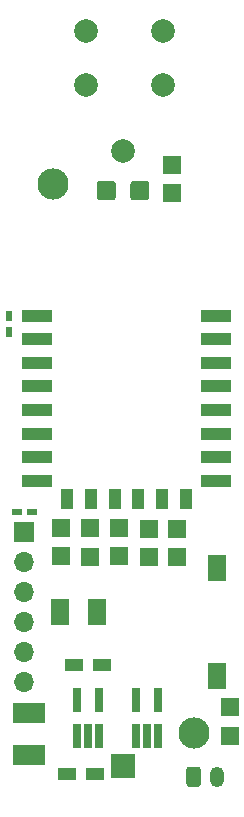
<source format=gbr>
G04 #@! TF.GenerationSoftware,KiCad,Pcbnew,(5.1.9)-1*
G04 #@! TF.CreationDate,2021-03-01T14:09:20+01:00*
G04 #@! TF.ProjectId,button,62757474-6f6e-42e6-9b69-6361645f7063,rev?*
G04 #@! TF.SameCoordinates,Original*
G04 #@! TF.FileFunction,Soldermask,Top*
G04 #@! TF.FilePolarity,Negative*
%FSLAX46Y46*%
G04 Gerber Fmt 4.6, Leading zero omitted, Abs format (unit mm)*
G04 Created by KiCad (PCBNEW (5.1.9)-1) date 2021-03-01 14:09:20*
%MOMM*%
%LPD*%
G01*
G04 APERTURE LIST*
%ADD10R,0.650000X2.000000*%
%ADD11C,0.100000*%
%ADD12R,1.650000X2.250000*%
%ADD13R,2.794000X1.778000*%
%ADD14R,1.500000X1.100000*%
%ADD15R,1.500000X1.500000*%
%ADD16R,0.620000X0.900000*%
%ADD17R,2.500000X1.000000*%
%ADD18R,1.000000X1.800000*%
%ADD19R,0.900000X0.620000*%
%ADD20O,1.200000X1.750000*%
%ADD21O,1.700000X1.700000*%
%ADD22R,1.700000X1.700000*%
%ADD23R,1.600000X2.180000*%
%ADD24C,2.000000*%
%ADD25R,2.000000X2.000000*%
%ADD26C,2.640000*%
G04 APERTURE END LIST*
D10*
G04 #@! TO.C,PS1*
X123050000Y-104000000D03*
X124950000Y-104000000D03*
X124950000Y-107050000D03*
D11*
G36*
X124325000Y-108050000D02*
G01*
X123675000Y-108050000D01*
X123675000Y-106050000D01*
X124325000Y-106050000D01*
X124325000Y-108050000D01*
G37*
D10*
X123050000Y-107050000D03*
G04 #@! TD*
D12*
G04 #@! TO.C,C4*
X121640000Y-96520000D03*
X124740000Y-96520000D03*
G04 #@! TD*
D13*
G04 #@! TO.C,L1*
X118960000Y-108658000D03*
X118960000Y-105102000D03*
G04 #@! TD*
G04 #@! TO.C,D1*
G36*
G01*
X126335000Y-60275000D02*
X126335000Y-61425000D01*
G75*
G02*
X126085000Y-61675000I-250000J0D01*
G01*
X124985000Y-61675000D01*
G75*
G02*
X124735000Y-61425000I0J250000D01*
G01*
X124735000Y-60275000D01*
G75*
G02*
X124985000Y-60025000I250000J0D01*
G01*
X126085000Y-60025000D01*
G75*
G02*
X126335000Y-60275000I0J-250000D01*
G01*
G37*
G36*
G01*
X129185000Y-60275000D02*
X129185000Y-61425000D01*
G75*
G02*
X128935000Y-61675000I-250000J0D01*
G01*
X127835000Y-61675000D01*
G75*
G02*
X127585000Y-61425000I0J250000D01*
G01*
X127585000Y-60275000D01*
G75*
G02*
X127835000Y-60025000I250000J0D01*
G01*
X128935000Y-60025000D01*
G75*
G02*
X129185000Y-60275000I0J-250000D01*
G01*
G37*
G04 #@! TD*
D10*
G04 #@! TO.C,U2*
X128050000Y-104000000D03*
X129950000Y-104000000D03*
X129950000Y-107050000D03*
D11*
G36*
X129325000Y-108050000D02*
G01*
X128675000Y-108050000D01*
X128675000Y-106050000D01*
X129325000Y-106050000D01*
X129325000Y-108050000D01*
G37*
D10*
X128050000Y-107050000D03*
G04 #@! TD*
D14*
G04 #@! TO.C,C3*
X122850000Y-101000000D03*
X125150000Y-101000000D03*
G04 #@! TD*
G04 #@! TO.C,C1*
X124550000Y-110250000D03*
X122250000Y-110250000D03*
G04 #@! TD*
D15*
G04 #@! TO.C,R3*
X124180000Y-89450000D03*
X124180000Y-91850000D03*
G04 #@! TD*
G04 #@! TO.C,R1*
X121730000Y-89390000D03*
X121730000Y-91790000D03*
G04 #@! TD*
G04 #@! TO.C,R7*
X135990000Y-104590000D03*
X135990000Y-106990000D03*
G04 #@! TD*
G04 #@! TO.C,R6*
X131090000Y-58650000D03*
X131090000Y-61050000D03*
G04 #@! TD*
G04 #@! TO.C,R5*
X131500000Y-89500000D03*
X131500000Y-91900000D03*
G04 #@! TD*
G04 #@! TO.C,R4*
X126650000Y-89425000D03*
X126650000Y-91825000D03*
G04 #@! TD*
G04 #@! TO.C,R2*
X129200000Y-89500000D03*
X129200000Y-91900000D03*
G04 #@! TD*
D16*
G04 #@! TO.C,C2*
X117348000Y-71486000D03*
X117348000Y-72786000D03*
G04 #@! TD*
D17*
G04 #@! TO.C,X1*
X134854000Y-71430000D03*
X134854000Y-73430000D03*
X134854000Y-75430000D03*
X134854000Y-77430000D03*
X134854000Y-79430000D03*
X134854000Y-81430000D03*
X134854000Y-83430000D03*
X134854000Y-85430000D03*
D18*
X132254000Y-86930000D03*
X130254000Y-86930000D03*
X128254000Y-86930000D03*
X126254000Y-86930000D03*
X124254000Y-86930000D03*
X122254000Y-86930000D03*
D17*
X119654000Y-85430000D03*
X119654000Y-83430000D03*
X119654000Y-81430000D03*
X119654000Y-79430000D03*
X119654000Y-77430000D03*
X119654000Y-75430000D03*
X119654000Y-73430000D03*
X119654000Y-71430000D03*
G04 #@! TD*
D19*
G04 #@! TO.C,C5*
X117975000Y-88025000D03*
X119275000Y-88025000D03*
G04 #@! TD*
D20*
G04 #@! TO.C,BT2*
X134930000Y-110490000D03*
G36*
G01*
X132330000Y-111115001D02*
X132330000Y-109864999D01*
G75*
G02*
X132579999Y-109615000I249999J0D01*
G01*
X133280001Y-109615000D01*
G75*
G02*
X133530000Y-109864999I0J-249999D01*
G01*
X133530000Y-111115001D01*
G75*
G02*
X133280001Y-111365000I-249999J0D01*
G01*
X132579999Y-111365000D01*
G75*
G02*
X132330000Y-111115001I0J249999D01*
G01*
G37*
G04 #@! TD*
D21*
G04 #@! TO.C,J1*
X118560000Y-102470000D03*
X118560000Y-99930000D03*
X118560000Y-97390000D03*
X118560000Y-94850000D03*
X118560000Y-92310000D03*
D22*
X118560000Y-89770000D03*
G04 #@! TD*
D23*
G04 #@! TO.C,SW2*
X134890000Y-92800000D03*
X134890000Y-101980000D03*
G04 #@! TD*
D24*
G04 #@! TO.C,SW1*
X123850000Y-51880000D03*
X123850000Y-47380000D03*
X130350000Y-51880000D03*
X130350000Y-47380000D03*
G04 #@! TD*
D25*
G04 #@! TO.C,BT1*
X127000000Y-109530000D03*
D24*
X127000000Y-57540000D03*
D26*
X121005000Y-60300000D03*
X132995000Y-106780000D03*
G04 #@! TD*
M02*

</source>
